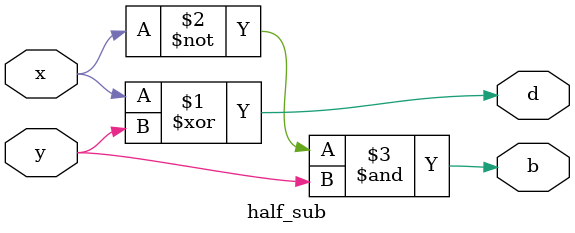
<source format=sv>
module half_sub(x, y, d, b);
  input logic x, y;
  output logic d, b; //d = dofference | b = borrow
  assign d = x ^ y;
  assign b = (~x) & y;
endmodule

</source>
